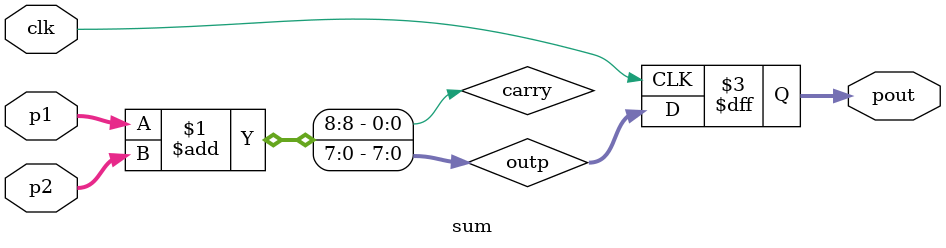
<source format=v>
module sum(input clk, input [7:0]p1, input [7:0]p2, output reg [7:0]pout);


//Declaration of intermediate wires
wire [7:0] outp;
wire carry;

assign {carry,outp} = p1[7:0] + p2[7:0];

always@(posedge clk)
	begin
		pout = outp[7:0];
	end
	
endmodule
</source>
